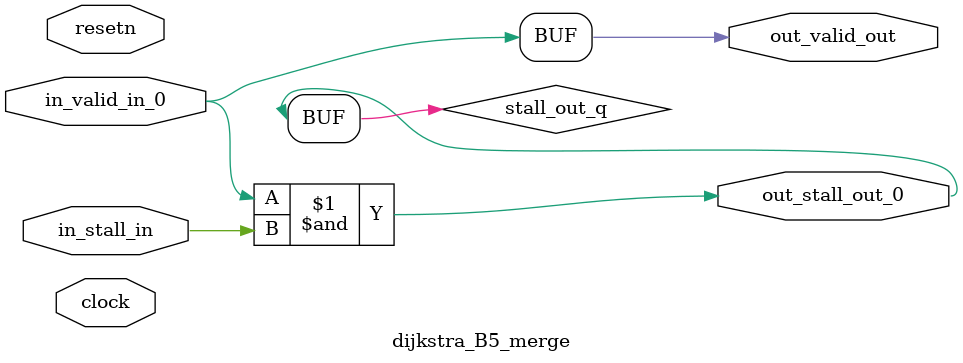
<source format=sv>



(* altera_attribute = "-name AUTO_SHIFT_REGISTER_RECOGNITION OFF; -name MESSAGE_DISABLE 10036; -name MESSAGE_DISABLE 10037; -name MESSAGE_DISABLE 14130; -name MESSAGE_DISABLE 14320; -name MESSAGE_DISABLE 15400; -name MESSAGE_DISABLE 14130; -name MESSAGE_DISABLE 10036; -name MESSAGE_DISABLE 12020; -name MESSAGE_DISABLE 12030; -name MESSAGE_DISABLE 12010; -name MESSAGE_DISABLE 12110; -name MESSAGE_DISABLE 14320; -name MESSAGE_DISABLE 13410; -name MESSAGE_DISABLE 113007; -name MESSAGE_DISABLE 10958" *)
module dijkstra_B5_merge (
    input wire [0:0] in_stall_in,
    input wire [0:0] in_valid_in_0,
    output wire [0:0] out_stall_out_0,
    output wire [0:0] out_valid_out,
    input wire clock,
    input wire resetn
    );

    wire [0:0] stall_out_q;


    // stall_out(LOGICAL,6)
    assign stall_out_q = in_valid_in_0 & in_stall_in;

    // out_stall_out_0(GPOUT,4)
    assign out_stall_out_0 = stall_out_q;

    // out_valid_out(GPOUT,5)
    assign out_valid_out = in_valid_in_0;

endmodule

</source>
